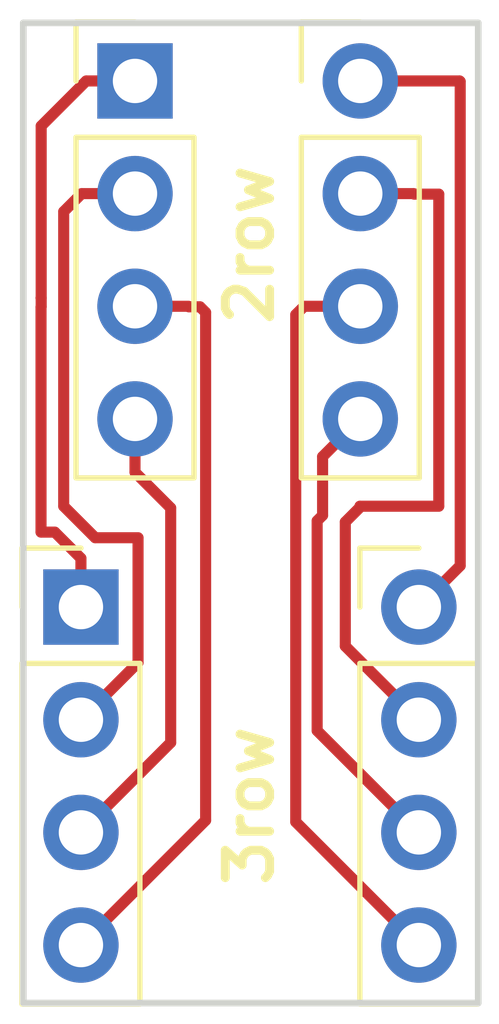
<source format=kicad_pcb>
(kicad_pcb (version 20171130) (host pcbnew 5.0.2-bee76a0~70~ubuntu18.04.1)

  (general
    (thickness 1.6)
    (drawings 6)
    (tracks 50)
    (zones 0)
    (modules 4)
    (nets 1)
  )

  (page A4)
  (layers
    (0 F.Cu signal)
    (31 B.Cu signal)
    (32 B.Adhes user)
    (33 F.Adhes user)
    (34 B.Paste user)
    (35 F.Paste user)
    (36 B.SilkS user)
    (37 F.SilkS user)
    (38 B.Mask user)
    (39 F.Mask user)
    (40 Dwgs.User user)
    (41 Cmts.User user)
    (42 Eco1.User user)
    (43 Eco2.User user)
    (44 Edge.Cuts user)
    (45 Margin user)
    (46 B.CrtYd user)
    (47 F.CrtYd user)
    (48 B.Fab user)
    (49 F.Fab user)
  )

  (setup
    (last_trace_width 0.25)
    (trace_clearance 0.2)
    (zone_clearance 0.508)
    (zone_45_only no)
    (trace_min 0.2)
    (segment_width 0.2)
    (edge_width 0.15)
    (via_size 0.8)
    (via_drill 0.4)
    (via_min_size 0.4)
    (via_min_drill 0.3)
    (uvia_size 0.3)
    (uvia_drill 0.1)
    (uvias_allowed no)
    (uvia_min_size 0.2)
    (uvia_min_drill 0.1)
    (pcb_text_width 0.3)
    (pcb_text_size 1.5 1.5)
    (mod_edge_width 0.15)
    (mod_text_size 1 1)
    (mod_text_width 0.15)
    (pad_size 1.7 1.7)
    (pad_drill 1)
    (pad_to_mask_clearance 0.051)
    (solder_mask_min_width 0.25)
    (aux_axis_origin 0 0)
    (visible_elements FFFFFF7F)
    (pcbplotparams
      (layerselection 0x010fc_ffffffff)
      (usegerberextensions false)
      (usegerberattributes false)
      (usegerberadvancedattributes false)
      (creategerberjobfile false)
      (excludeedgelayer true)
      (linewidth 0.100000)
      (plotframeref false)
      (viasonmask false)
      (mode 1)
      (useauxorigin false)
      (hpglpennumber 1)
      (hpglpenspeed 20)
      (hpglpendiameter 15.000000)
      (psnegative false)
      (psa4output false)
      (plotreference true)
      (plotvalue true)
      (plotinvisibletext false)
      (padsonsilk false)
      (subtractmaskfromsilk false)
      (outputformat 1)
      (mirror false)
      (drillshape 0)
      (scaleselection 1)
      (outputdirectory "/home/donp/osh/"))
  )

  (net 0 "")

  (net_class Default "This is the default net class."
    (clearance 0.2)
    (trace_width 0.25)
    (via_dia 0.8)
    (via_drill 0.4)
    (uvia_dia 0.3)
    (uvia_drill 0.1)
  )

  (module Pin_Headers:Pin_Header_Straight_1x04_Pitch2.54mm (layer F.Cu) (tedit 5C8FCCA2) (tstamp 5C8FC955)
    (at 124.62 96.381)
    (descr "Through hole straight pin header, 1x04, 2.54mm pitch, single row")
    (tags "Through hole pin header THT 1x04 2.54mm single row")
    (fp_text reference plusonerow (at 0 -2.33) (layer F.SilkS) hide
      (effects (font (size 1 1) (thickness 0.15)))
    )
    (fp_text value Pin_Header_Straight_1x04_Pitch2.54mm (at 0 9.95) (layer F.Fab) hide
      (effects (font (size 1 1) (thickness 0.15)))
    )
    (fp_line (start -0.635 -1.27) (end 1.27 -1.27) (layer F.Fab) (width 0.1))
    (fp_line (start 1.27 -1.27) (end 1.27 8.89) (layer F.Fab) (width 0.1))
    (fp_line (start 1.27 8.89) (end -1.27 8.89) (layer F.Fab) (width 0.1))
    (fp_line (start -1.27 8.89) (end -1.27 -0.635) (layer F.Fab) (width 0.1))
    (fp_line (start -1.27 -0.635) (end -0.635 -1.27) (layer F.Fab) (width 0.1))
    (fp_line (start -1.33 8.95) (end 1.33 8.95) (layer F.SilkS) (width 0.12))
    (fp_line (start -1.33 1.27) (end -1.33 8.95) (layer F.SilkS) (width 0.12))
    (fp_line (start 1.33 1.27) (end 1.33 8.95) (layer F.SilkS) (width 0.12))
    (fp_line (start -1.33 1.27) (end 1.33 1.27) (layer F.SilkS) (width 0.12))
    (fp_line (start -1.33 0) (end -1.33 -1.33) (layer F.SilkS) (width 0.12))
    (fp_line (start -1.33 -1.33) (end 0 -1.33) (layer F.SilkS) (width 0.12))
    (fp_line (start -1.8 -1.8) (end -1.8 9.4) (layer F.CrtYd) (width 0.05))
    (fp_line (start -1.8 9.4) (end 1.8 9.4) (layer F.CrtYd) (width 0.05))
    (fp_line (start 1.8 9.4) (end 1.8 -1.8) (layer F.CrtYd) (width 0.05))
    (fp_line (start 1.8 -1.8) (end -1.8 -1.8) (layer F.CrtYd) (width 0.05))
    (fp_text user %R (at 0 3.81 90) (layer F.Fab)
      (effects (font (size 1 1) (thickness 0.15)))
    )
    (pad 1 thru_hole oval (at 0 0) (size 1.7 1.7) (drill 1) (layers *.Cu *.Mask))
    (pad 2 thru_hole oval (at 0 2.54) (size 1.7 1.7) (drill 1) (layers *.Cu *.Mask))
    (pad 3 thru_hole oval (at 0 5.08) (size 1.7 1.7) (drill 1) (layers *.Cu *.Mask))
    (pad 4 thru_hole oval (at 0 7.62) (size 1.7 1.7) (drill 1) (layers *.Cu *.Mask))
    (model ${KISYS3DMOD}/Pin_Headers.3dshapes/Pin_Header_Straight_1x04_Pitch2.54mm.wrl
      (at (xyz 0 0 0))
      (scale (xyz 1 1 1))
      (rotate (xyz 0 0 0))
    )
  )

  (module Pin_Headers:Pin_Header_Straight_1x04_Pitch2.54mm (layer F.Cu) (tedit 5C8FC2C8) (tstamp 5C8FC670)
    (at 117 96.381)
    (descr "Through hole straight pin header, 1x04, 2.54mm pitch, single row")
    (tags "Through hole pin header THT 1x04 2.54mm single row")
    (fp_text reference plusonerow (at 0 -2.33) (layer F.SilkS) hide
      (effects (font (size 1 1) (thickness 0.15)))
    )
    (fp_text value Pin_Header_Straight_1x04_Pitch2.54mm (at 0 9.95) (layer F.Fab) hide
      (effects (font (size 1 1) (thickness 0.15)))
    )
    (fp_text user %R (at 0 3.81 90) (layer F.Fab)
      (effects (font (size 1 1) (thickness 0.15)))
    )
    (fp_line (start 1.8 -1.8) (end -1.8 -1.8) (layer F.CrtYd) (width 0.05))
    (fp_line (start 1.8 9.4) (end 1.8 -1.8) (layer F.CrtYd) (width 0.05))
    (fp_line (start -1.8 9.4) (end 1.8 9.4) (layer F.CrtYd) (width 0.05))
    (fp_line (start -1.8 -1.8) (end -1.8 9.4) (layer F.CrtYd) (width 0.05))
    (fp_line (start -1.33 -1.33) (end 0 -1.33) (layer F.SilkS) (width 0.12))
    (fp_line (start -1.33 0) (end -1.33 -1.33) (layer F.SilkS) (width 0.12))
    (fp_line (start -1.33 1.27) (end 1.33 1.27) (layer F.SilkS) (width 0.12))
    (fp_line (start 1.33 1.27) (end 1.33 8.95) (layer F.SilkS) (width 0.12))
    (fp_line (start -1.33 1.27) (end -1.33 8.95) (layer F.SilkS) (width 0.12))
    (fp_line (start -1.33 8.95) (end 1.33 8.95) (layer F.SilkS) (width 0.12))
    (fp_line (start -1.27 -0.635) (end -0.635 -1.27) (layer F.Fab) (width 0.1))
    (fp_line (start -1.27 8.89) (end -1.27 -0.635) (layer F.Fab) (width 0.1))
    (fp_line (start 1.27 8.89) (end -1.27 8.89) (layer F.Fab) (width 0.1))
    (fp_line (start 1.27 -1.27) (end 1.27 8.89) (layer F.Fab) (width 0.1))
    (fp_line (start -0.635 -1.27) (end 1.27 -1.27) (layer F.Fab) (width 0.1))
    (pad 4 thru_hole oval (at 0 7.62) (size 1.7 1.7) (drill 1) (layers *.Cu *.Mask))
    (pad 3 thru_hole oval (at 0 5.08) (size 1.7 1.7) (drill 1) (layers *.Cu *.Mask))
    (pad 2 thru_hole oval (at 0 2.54) (size 1.7 1.7) (drill 1) (layers *.Cu *.Mask))
    (pad 1 thru_hole rect (at 0 0) (size 1.7 1.7) (drill 1) (layers *.Cu *.Mask))
    (model ${KISYS3DMOD}/Pin_Headers.3dshapes/Pin_Header_Straight_1x04_Pitch2.54mm.wrl
      (at (xyz 0 0 0))
      (scale (xyz 1 1 1))
      (rotate (xyz 0 0 0))
    )
  )

  (module Pin_Headers:Pin_Header_Straight_1x04_Pitch2.54mm (layer F.Cu) (tedit 5C8FC2C8) (tstamp 5C909B02)
    (at 118.2192 84.5192)
    (descr "Through hole straight pin header, 1x04, 2.54mm pitch, single row")
    (tags "Through hole pin header THT 1x04 2.54mm single row")
    (fp_text reference plusonerow (at 0 -2.33) (layer F.SilkS) hide
      (effects (font (size 1 1) (thickness 0.15)))
    )
    (fp_text value Pin_Header_Straight_1x04_Pitch2.54mm (at 0 9.95) (layer F.Fab) hide
      (effects (font (size 1 1) (thickness 0.15)))
    )
    (fp_text user %R (at 0 3.81 90) (layer F.Fab)
      (effects (font (size 1 1) (thickness 0.15)))
    )
    (fp_line (start 1.8 -1.8) (end -1.8 -1.8) (layer F.CrtYd) (width 0.05))
    (fp_line (start 1.8 9.4) (end 1.8 -1.8) (layer F.CrtYd) (width 0.05))
    (fp_line (start -1.8 9.4) (end 1.8 9.4) (layer F.CrtYd) (width 0.05))
    (fp_line (start -1.8 -1.8) (end -1.8 9.4) (layer F.CrtYd) (width 0.05))
    (fp_line (start -1.33 -1.33) (end 0 -1.33) (layer F.SilkS) (width 0.12))
    (fp_line (start -1.33 0) (end -1.33 -1.33) (layer F.SilkS) (width 0.12))
    (fp_line (start -1.33 1.27) (end 1.33 1.27) (layer F.SilkS) (width 0.12))
    (fp_line (start 1.33 1.27) (end 1.33 8.95) (layer F.SilkS) (width 0.12))
    (fp_line (start -1.33 1.27) (end -1.33 8.95) (layer F.SilkS) (width 0.12))
    (fp_line (start -1.33 8.95) (end 1.33 8.95) (layer F.SilkS) (width 0.12))
    (fp_line (start -1.27 -0.635) (end -0.635 -1.27) (layer F.Fab) (width 0.1))
    (fp_line (start -1.27 8.89) (end -1.27 -0.635) (layer F.Fab) (width 0.1))
    (fp_line (start 1.27 8.89) (end -1.27 8.89) (layer F.Fab) (width 0.1))
    (fp_line (start 1.27 -1.27) (end 1.27 8.89) (layer F.Fab) (width 0.1))
    (fp_line (start -0.635 -1.27) (end 1.27 -1.27) (layer F.Fab) (width 0.1))
    (pad 4 thru_hole oval (at 0 7.62) (size 1.7 1.7) (drill 1) (layers *.Cu *.Mask))
    (pad 3 thru_hole oval (at 0 5.08) (size 1.7 1.7) (drill 1) (layers *.Cu *.Mask))
    (pad 2 thru_hole oval (at 0 2.54) (size 1.7 1.7) (drill 1) (layers *.Cu *.Mask))
    (pad 1 thru_hole rect (at 0 0) (size 1.7 1.7) (drill 1) (layers *.Cu *.Mask))
    (model ${KISYS3DMOD}/Pin_Headers.3dshapes/Pin_Header_Straight_1x04_Pitch2.54mm.wrl
      (at (xyz 0 0 0))
      (scale (xyz 1 1 1))
      (rotate (xyz 0 0 0))
    )
  )

  (module Pin_Headers:Pin_Header_Straight_1x04_Pitch2.54mm (layer F.Cu) (tedit 5C8FC2CD) (tstamp 5C8FCFE9)
    (at 123.2992 84.5192)
    (descr "Through hole straight pin header, 1x04, 2.54mm pitch, single row")
    (tags "Through hole pin header THT 1x04 2.54mm single row")
    (fp_text reference plusonerow (at 0 -2.33) (layer F.SilkS) hide
      (effects (font (size 1 1) (thickness 0.15)))
    )
    (fp_text value Pin_Header_Straight_1x04_Pitch2.54mm (at 0 9.95) (layer F.Fab) hide
      (effects (font (size 1 1) (thickness 0.15)))
    )
    (fp_line (start -0.635 -1.27) (end 1.27 -1.27) (layer F.Fab) (width 0.1))
    (fp_line (start 1.27 -1.27) (end 1.27 8.89) (layer F.Fab) (width 0.1))
    (fp_line (start 1.27 8.89) (end -1.27 8.89) (layer F.Fab) (width 0.1))
    (fp_line (start -1.27 8.89) (end -1.27 -0.635) (layer F.Fab) (width 0.1))
    (fp_line (start -1.27 -0.635) (end -0.635 -1.27) (layer F.Fab) (width 0.1))
    (fp_line (start -1.33 8.95) (end 1.33 8.95) (layer F.SilkS) (width 0.12))
    (fp_line (start -1.33 1.27) (end -1.33 8.95) (layer F.SilkS) (width 0.12))
    (fp_line (start 1.33 1.27) (end 1.33 8.95) (layer F.SilkS) (width 0.12))
    (fp_line (start -1.33 1.27) (end 1.33 1.27) (layer F.SilkS) (width 0.12))
    (fp_line (start -1.33 0) (end -1.33 -1.33) (layer F.SilkS) (width 0.12))
    (fp_line (start -1.33 -1.33) (end 0 -1.33) (layer F.SilkS) (width 0.12))
    (fp_line (start -1.8 -1.8) (end -1.8 9.4) (layer F.CrtYd) (width 0.05))
    (fp_line (start -1.8 9.4) (end 1.8 9.4) (layer F.CrtYd) (width 0.05))
    (fp_line (start 1.8 9.4) (end 1.8 -1.8) (layer F.CrtYd) (width 0.05))
    (fp_line (start 1.8 -1.8) (end -1.8 -1.8) (layer F.CrtYd) (width 0.05))
    (fp_text user %R (at 0 3.81 90) (layer F.Fab)
      (effects (font (size 1 1) (thickness 0.15)))
    )
    (pad 8 thru_hole oval (at 0 0) (size 1.7 1.7) (drill 1) (layers *.Cu *.Mask))
    (pad 7 thru_hole oval (at 0 2.54) (size 1.7 1.7) (drill 1) (layers *.Cu *.Mask))
    (pad 6 thru_hole oval (at 0 5.08) (size 1.7 1.7) (drill 1) (layers *.Cu *.Mask))
    (pad 5 thru_hole oval (at 0 7.62) (size 1.7 1.7) (drill 1) (layers *.Cu *.Mask))
    (model ${KISYS3DMOD}/Pin_Headers.3dshapes/Pin_Header_Straight_1x04_Pitch2.54mm.wrl
      (at (xyz 0 0 0))
      (scale (xyz 1 1 1))
      (rotate (xyz 0 0 0))
    )
  )

  (gr_line (start 125.9586 83.2104) (end 125.9586 105.3084) (layer Edge.Cuts) (width 0.15) (tstamp 5C8FCC18))
  (gr_text 2row (at 120.8024 88.2142 90) (layer F.SilkS) (tstamp 5C8FC9EA)
    (effects (font (size 1 1) (thickness 0.2)))
  )
  (gr_text 3row (at 120.8024 100.8634 90) (layer F.SilkS)
    (effects (font (size 1 1) (thickness 0.2)))
  )
  (gr_line (start 115.7 105.3084) (end 125.9586 105.3084) (layer Edge.Cuts) (width 0.15) (tstamp 5C8FCBDD))
  (gr_line (start 115.7 83.2104) (end 125.9586 83.2104) (layer Edge.Cuts) (width 0.15) (tstamp 5C8FD34E))
  (gr_line (start 115.7 83.2104) (end 115.7 105.3084) (layer Edge.Cuts) (width 0.15) (tstamp 5C8FCBB6))

  (segment (start 123.2992 84.5192) (end 125.5402 84.5192) (width 0.25) (layer F.Cu) (net 0))
  (segment (start 125.5402 84.5192) (end 125.5522 84.5312) (width 0.25) (layer F.Cu) (net 0))
  (segment (start 125.5522 95.4488) (end 124.62 96.381) (width 0.25) (layer F.Cu) (net 0))
  (segment (start 125.5522 84.5312) (end 125.5522 95.4488) (width 0.25) (layer F.Cu) (net 0))
  (segment (start 124.501281 87.0592) (end 124.513281 87.0712) (width 0.25) (layer F.Cu) (net 0))
  (segment (start 123.2992 87.0592) (end 124.501281 87.0592) (width 0.25) (layer F.Cu) (net 0))
  (segment (start 124.513281 87.0712) (end 125.0696 87.0712) (width 0.25) (layer F.Cu) (net 0))
  (segment (start 125.0696 87.0712) (end 125.0696 94.107) (width 0.25) (layer F.Cu) (net 0))
  (segment (start 125.0696 94.107) (end 123.2916 94.107) (width 0.25) (layer F.Cu) (net 0))
  (segment (start 122.449201 92.989199) (end 122.449201 94.314399) (width 0.25) (layer F.Cu) (net 0))
  (segment (start 123.2992 92.1392) (end 122.449201 92.989199) (width 0.25) (layer F.Cu) (net 0))
  (segment (start 122.449201 94.314399) (end 122.3264 94.4372) (width 0.25) (layer F.Cu) (net 0))
  (segment (start 122.3264 99.1674) (end 124.62 101.461) (width 0.25) (layer F.Cu) (net 0))
  (segment (start 122.3264 94.4372) (end 122.3264 99.1674) (width 0.25) (layer F.Cu) (net 0))
  (segment (start 121.8438 101.2248) (end 124.62 104.001) (width 0.25) (layer F.Cu) (net 0))
  (segment (start 123.2992 89.5992) (end 122.0336 89.5992) (width 0.25) (layer F.Cu) (net 0))
  (segment (start 121.8438 89.789) (end 121.8438 101.2248) (width 0.25) (layer F.Cu) (net 0))
  (segment (start 122.0336 89.5992) (end 121.8438 89.789) (width 0.25) (layer F.Cu) (net 0))
  (segment (start 117 95.281) (end 117 96.381) (width 0.25) (layer F.Cu) (net 0))
  (segment (start 116.4102 94.6912) (end 117 95.281) (width 0.25) (layer F.Cu) (net 0))
  (segment (start 116.10001 94.6912) (end 116.4102 94.6912) (width 0.25) (layer F.Cu) (net 0))
  (segment (start 116.1034 89.6112) (end 116.10001 89.61459) (width 0.25) (layer F.Cu) (net 0))
  (segment (start 116.10001 89.61459) (end 116.10001 94.6912) (width 0.25) (layer F.Cu) (net 0))
  (segment (start 116.1034 85.535) (end 116.1034 89.408) (width 0.25) (layer F.Cu) (net 0))
  (segment (start 116.1034 89.408) (end 116.10001 89.41139) (width 0.25) (layer F.Cu) (net 0))
  (segment (start 117.1192 84.5192) (end 116.1034 85.535) (width 0.25) (layer F.Cu) (net 0))
  (segment (start 118.2192 84.5192) (end 117.1192 84.5192) (width 0.25) (layer F.Cu) (net 0))
  (segment (start 116.1034 89.41478) (end 116.1034 89.6112) (width 0.25) (layer F.Cu) (net 0))
  (segment (start 116.10001 89.41139) (end 116.1034 89.41478) (width 0.25) (layer F.Cu) (net 0))
  (segment (start 118.2878 97.6332) (end 117 98.921) (width 0.25) (layer F.Cu) (net 0))
  (segment (start 117.017119 87.0592) (end 116.6114 87.464919) (width 0.25) (layer F.Cu) (net 0))
  (segment (start 118.2192 87.0592) (end 117.017119 87.0592) (width 0.25) (layer F.Cu) (net 0))
  (segment (start 116.6114 94.107) (end 117.3226 94.8182) (width 0.25) (layer F.Cu) (net 0))
  (segment (start 118.2878 94.8182) (end 118.2878 97.6332) (width 0.25) (layer F.Cu) (net 0))
  (segment (start 116.6114 87.464919) (end 116.6114 94.107) (width 0.25) (layer F.Cu) (net 0))
  (segment (start 117.3226 94.8182) (end 118.2878 94.8182) (width 0.25) (layer F.Cu) (net 0))
  (segment (start 119.421281 89.5992) (end 119.433281 89.6112) (width 0.25) (layer F.Cu) (net 0))
  (segment (start 118.2192 89.5992) (end 119.421281 89.5992) (width 0.25) (layer F.Cu) (net 0))
  (segment (start 119.433281 89.6112) (end 119.6848 89.6112) (width 0.25) (layer F.Cu) (net 0))
  (segment (start 119.6848 89.6112) (end 119.8118 89.7382) (width 0.25) (layer F.Cu) (net 0))
  (segment (start 119.8118 101.1892) (end 117 104.001) (width 0.25) (layer F.Cu) (net 0))
  (segment (start 119.8118 89.7382) (end 119.8118 101.1892) (width 0.25) (layer F.Cu) (net 0))
  (segment (start 118.2192 93.341281) (end 119.0244 94.146481) (width 0.25) (layer F.Cu) (net 0))
  (segment (start 118.2192 92.1392) (end 118.2192 93.341281) (width 0.25) (layer F.Cu) (net 0))
  (segment (start 119.0244 99.4366) (end 117 101.461) (width 0.25) (layer F.Cu) (net 0))
  (segment (start 119.0244 94.146481) (end 119.0244 99.4366) (width 0.25) (layer F.Cu) (net 0))
  (segment (start 123.2916 94.107) (end 123.2916 94.1324) (width 0.25) (layer F.Cu) (net 0))
  (segment (start 123.2916 94.1324) (end 122.9614 94.4626) (width 0.25) (layer F.Cu) (net 0))
  (segment (start 122.9614 97.2624) (end 124.62 98.921) (width 0.25) (layer F.Cu) (net 0))
  (segment (start 122.9614 94.4626) (end 122.9614 97.2624) (width 0.25) (layer F.Cu) (net 0))

)

</source>
